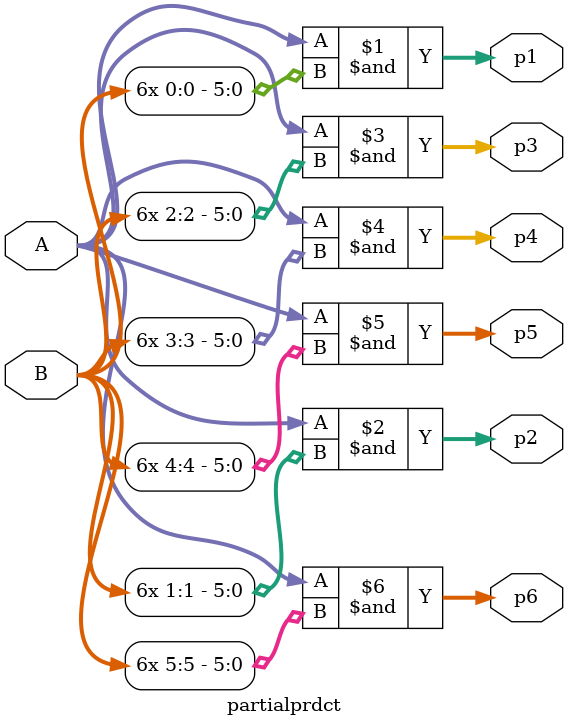
<source format=v>
`timescale 1ns / 1ps
module partialprdct(input [5:0]A,B,output [5:0] p1,p2,p3,p4,p5,p6
    );
assign p1 = A&{6{B[0]}},
       p2 = A&{6{B[1]}},
		 p3 = A&{6{B[2]}},
		 p4 = A&{6{B[3]}},
		 p5 = A&{6{B[4]}},
		 p6 = A&{6{B[5]}};

endmodule

</source>
